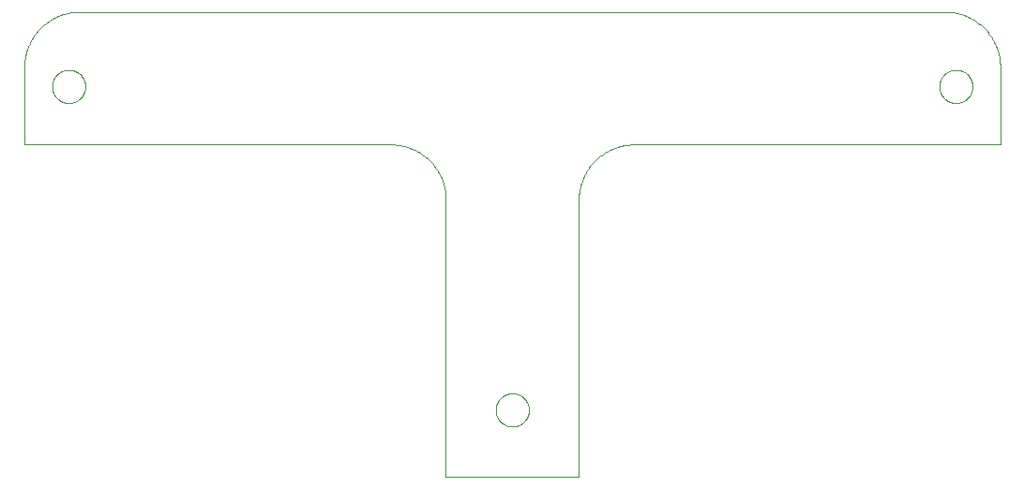
<source format=gko>
G75*
%MOIN*%
%OFA0B0*%
%FSLAX25Y25*%
%IPPOS*%
%LPD*%
%AMOC8*
5,1,8,0,0,1.08239X$1,22.5*
%
%ADD10C,0.00004*%
D10*
X0163378Y0010858D02*
X0163378Y0109283D01*
X0163372Y0109759D01*
X0163355Y0110234D01*
X0163326Y0110709D01*
X0163286Y0111183D01*
X0163234Y0111656D01*
X0163171Y0112127D01*
X0163097Y0112597D01*
X0163011Y0113065D01*
X0162914Y0113531D01*
X0162806Y0113994D01*
X0162687Y0114454D01*
X0162556Y0114912D01*
X0162415Y0115366D01*
X0162262Y0115817D01*
X0162099Y0116263D01*
X0161925Y0116706D01*
X0161740Y0117144D01*
X0161545Y0117578D01*
X0161339Y0118007D01*
X0161123Y0118431D01*
X0160897Y0118850D01*
X0160661Y0119263D01*
X0160415Y0119670D01*
X0160159Y0120071D01*
X0159893Y0120465D01*
X0159618Y0120854D01*
X0159334Y0121235D01*
X0159041Y0121609D01*
X0158739Y0121977D01*
X0158427Y0122337D01*
X0158108Y0122689D01*
X0157780Y0123033D01*
X0157443Y0123370D01*
X0157099Y0123698D01*
X0156747Y0124017D01*
X0156387Y0124329D01*
X0156019Y0124631D01*
X0155645Y0124924D01*
X0155264Y0125208D01*
X0154875Y0125483D01*
X0154481Y0125749D01*
X0154080Y0126005D01*
X0153673Y0126251D01*
X0153260Y0126487D01*
X0152841Y0126713D01*
X0152417Y0126929D01*
X0151988Y0127135D01*
X0151554Y0127330D01*
X0151116Y0127515D01*
X0150673Y0127689D01*
X0150227Y0127852D01*
X0149776Y0128005D01*
X0149322Y0128146D01*
X0148864Y0128277D01*
X0148404Y0128396D01*
X0147941Y0128504D01*
X0147475Y0128601D01*
X0147007Y0128687D01*
X0146537Y0128761D01*
X0146066Y0128824D01*
X0145593Y0128876D01*
X0145119Y0128916D01*
X0144644Y0128945D01*
X0144169Y0128962D01*
X0143693Y0128968D01*
X0143693Y0128969D02*
X0013569Y0128969D01*
X0013569Y0156528D01*
X0023411Y0149638D02*
X0023413Y0149791D01*
X0023419Y0149945D01*
X0023429Y0150098D01*
X0023443Y0150250D01*
X0023461Y0150403D01*
X0023483Y0150554D01*
X0023508Y0150705D01*
X0023538Y0150856D01*
X0023572Y0151006D01*
X0023609Y0151154D01*
X0023650Y0151302D01*
X0023695Y0151448D01*
X0023744Y0151594D01*
X0023797Y0151738D01*
X0023853Y0151880D01*
X0023913Y0152021D01*
X0023977Y0152161D01*
X0024044Y0152299D01*
X0024115Y0152435D01*
X0024190Y0152569D01*
X0024267Y0152701D01*
X0024349Y0152831D01*
X0024433Y0152959D01*
X0024521Y0153085D01*
X0024612Y0153208D01*
X0024706Y0153329D01*
X0024804Y0153447D01*
X0024904Y0153563D01*
X0025008Y0153676D01*
X0025114Y0153787D01*
X0025223Y0153895D01*
X0025335Y0154000D01*
X0025449Y0154101D01*
X0025567Y0154200D01*
X0025686Y0154296D01*
X0025808Y0154389D01*
X0025933Y0154478D01*
X0026060Y0154565D01*
X0026189Y0154647D01*
X0026320Y0154727D01*
X0026453Y0154803D01*
X0026588Y0154876D01*
X0026725Y0154945D01*
X0026864Y0155010D01*
X0027004Y0155072D01*
X0027146Y0155130D01*
X0027289Y0155185D01*
X0027434Y0155236D01*
X0027580Y0155283D01*
X0027727Y0155326D01*
X0027875Y0155365D01*
X0028024Y0155401D01*
X0028174Y0155432D01*
X0028325Y0155460D01*
X0028476Y0155484D01*
X0028629Y0155504D01*
X0028781Y0155520D01*
X0028934Y0155532D01*
X0029087Y0155540D01*
X0029240Y0155544D01*
X0029394Y0155544D01*
X0029547Y0155540D01*
X0029700Y0155532D01*
X0029853Y0155520D01*
X0030005Y0155504D01*
X0030158Y0155484D01*
X0030309Y0155460D01*
X0030460Y0155432D01*
X0030610Y0155401D01*
X0030759Y0155365D01*
X0030907Y0155326D01*
X0031054Y0155283D01*
X0031200Y0155236D01*
X0031345Y0155185D01*
X0031488Y0155130D01*
X0031630Y0155072D01*
X0031770Y0155010D01*
X0031909Y0154945D01*
X0032046Y0154876D01*
X0032181Y0154803D01*
X0032314Y0154727D01*
X0032445Y0154647D01*
X0032574Y0154565D01*
X0032701Y0154478D01*
X0032826Y0154389D01*
X0032948Y0154296D01*
X0033067Y0154200D01*
X0033185Y0154101D01*
X0033299Y0154000D01*
X0033411Y0153895D01*
X0033520Y0153787D01*
X0033626Y0153676D01*
X0033730Y0153563D01*
X0033830Y0153447D01*
X0033928Y0153329D01*
X0034022Y0153208D01*
X0034113Y0153085D01*
X0034201Y0152959D01*
X0034285Y0152831D01*
X0034367Y0152701D01*
X0034444Y0152569D01*
X0034519Y0152435D01*
X0034590Y0152299D01*
X0034657Y0152161D01*
X0034721Y0152021D01*
X0034781Y0151880D01*
X0034837Y0151738D01*
X0034890Y0151594D01*
X0034939Y0151448D01*
X0034984Y0151302D01*
X0035025Y0151154D01*
X0035062Y0151006D01*
X0035096Y0150856D01*
X0035126Y0150705D01*
X0035151Y0150554D01*
X0035173Y0150403D01*
X0035191Y0150250D01*
X0035205Y0150098D01*
X0035215Y0149945D01*
X0035221Y0149791D01*
X0035223Y0149638D01*
X0035221Y0149485D01*
X0035215Y0149331D01*
X0035205Y0149178D01*
X0035191Y0149026D01*
X0035173Y0148873D01*
X0035151Y0148722D01*
X0035126Y0148571D01*
X0035096Y0148420D01*
X0035062Y0148270D01*
X0035025Y0148122D01*
X0034984Y0147974D01*
X0034939Y0147828D01*
X0034890Y0147682D01*
X0034837Y0147538D01*
X0034781Y0147396D01*
X0034721Y0147255D01*
X0034657Y0147115D01*
X0034590Y0146977D01*
X0034519Y0146841D01*
X0034444Y0146707D01*
X0034367Y0146575D01*
X0034285Y0146445D01*
X0034201Y0146317D01*
X0034113Y0146191D01*
X0034022Y0146068D01*
X0033928Y0145947D01*
X0033830Y0145829D01*
X0033730Y0145713D01*
X0033626Y0145600D01*
X0033520Y0145489D01*
X0033411Y0145381D01*
X0033299Y0145276D01*
X0033185Y0145175D01*
X0033067Y0145076D01*
X0032948Y0144980D01*
X0032826Y0144887D01*
X0032701Y0144798D01*
X0032574Y0144711D01*
X0032445Y0144629D01*
X0032314Y0144549D01*
X0032181Y0144473D01*
X0032046Y0144400D01*
X0031909Y0144331D01*
X0031770Y0144266D01*
X0031630Y0144204D01*
X0031488Y0144146D01*
X0031345Y0144091D01*
X0031200Y0144040D01*
X0031054Y0143993D01*
X0030907Y0143950D01*
X0030759Y0143911D01*
X0030610Y0143875D01*
X0030460Y0143844D01*
X0030309Y0143816D01*
X0030158Y0143792D01*
X0030005Y0143772D01*
X0029853Y0143756D01*
X0029700Y0143744D01*
X0029547Y0143736D01*
X0029394Y0143732D01*
X0029240Y0143732D01*
X0029087Y0143736D01*
X0028934Y0143744D01*
X0028781Y0143756D01*
X0028629Y0143772D01*
X0028476Y0143792D01*
X0028325Y0143816D01*
X0028174Y0143844D01*
X0028024Y0143875D01*
X0027875Y0143911D01*
X0027727Y0143950D01*
X0027580Y0143993D01*
X0027434Y0144040D01*
X0027289Y0144091D01*
X0027146Y0144146D01*
X0027004Y0144204D01*
X0026864Y0144266D01*
X0026725Y0144331D01*
X0026588Y0144400D01*
X0026453Y0144473D01*
X0026320Y0144549D01*
X0026189Y0144629D01*
X0026060Y0144711D01*
X0025933Y0144798D01*
X0025808Y0144887D01*
X0025686Y0144980D01*
X0025567Y0145076D01*
X0025449Y0145175D01*
X0025335Y0145276D01*
X0025223Y0145381D01*
X0025114Y0145489D01*
X0025008Y0145600D01*
X0024904Y0145713D01*
X0024804Y0145829D01*
X0024706Y0145947D01*
X0024612Y0146068D01*
X0024521Y0146191D01*
X0024433Y0146317D01*
X0024349Y0146445D01*
X0024267Y0146575D01*
X0024190Y0146707D01*
X0024115Y0146841D01*
X0024044Y0146977D01*
X0023977Y0147115D01*
X0023913Y0147255D01*
X0023853Y0147396D01*
X0023797Y0147538D01*
X0023744Y0147682D01*
X0023695Y0147828D01*
X0023650Y0147974D01*
X0023609Y0148122D01*
X0023572Y0148270D01*
X0023538Y0148420D01*
X0023508Y0148571D01*
X0023483Y0148722D01*
X0023461Y0148873D01*
X0023443Y0149026D01*
X0023429Y0149178D01*
X0023419Y0149331D01*
X0023413Y0149485D01*
X0023411Y0149638D01*
X0013569Y0156528D02*
X0013575Y0157004D01*
X0013592Y0157479D01*
X0013621Y0157954D01*
X0013661Y0158428D01*
X0013713Y0158901D01*
X0013776Y0159372D01*
X0013850Y0159842D01*
X0013936Y0160310D01*
X0014033Y0160776D01*
X0014141Y0161239D01*
X0014260Y0161699D01*
X0014391Y0162157D01*
X0014532Y0162611D01*
X0014685Y0163062D01*
X0014848Y0163508D01*
X0015022Y0163951D01*
X0015207Y0164389D01*
X0015402Y0164823D01*
X0015608Y0165252D01*
X0015824Y0165676D01*
X0016050Y0166095D01*
X0016286Y0166508D01*
X0016532Y0166915D01*
X0016788Y0167316D01*
X0017054Y0167710D01*
X0017329Y0168099D01*
X0017613Y0168480D01*
X0017906Y0168854D01*
X0018208Y0169222D01*
X0018520Y0169582D01*
X0018839Y0169934D01*
X0019167Y0170278D01*
X0019504Y0170615D01*
X0019848Y0170943D01*
X0020200Y0171262D01*
X0020560Y0171574D01*
X0020928Y0171876D01*
X0021302Y0172169D01*
X0021683Y0172453D01*
X0022072Y0172728D01*
X0022466Y0172994D01*
X0022867Y0173250D01*
X0023274Y0173496D01*
X0023687Y0173732D01*
X0024106Y0173958D01*
X0024530Y0174174D01*
X0024959Y0174380D01*
X0025393Y0174575D01*
X0025831Y0174760D01*
X0026274Y0174934D01*
X0026720Y0175097D01*
X0027171Y0175250D01*
X0027625Y0175391D01*
X0028083Y0175522D01*
X0028543Y0175641D01*
X0029006Y0175749D01*
X0029472Y0175846D01*
X0029940Y0175932D01*
X0030410Y0176006D01*
X0030881Y0176069D01*
X0031354Y0176121D01*
X0031828Y0176161D01*
X0032303Y0176190D01*
X0032778Y0176207D01*
X0033254Y0176213D01*
X0340746Y0176213D01*
X0341222Y0176207D01*
X0341697Y0176190D01*
X0342172Y0176161D01*
X0342646Y0176121D01*
X0343119Y0176069D01*
X0343590Y0176006D01*
X0344060Y0175932D01*
X0344528Y0175846D01*
X0344994Y0175749D01*
X0345457Y0175641D01*
X0345917Y0175522D01*
X0346375Y0175391D01*
X0346829Y0175250D01*
X0347280Y0175097D01*
X0347726Y0174934D01*
X0348169Y0174760D01*
X0348607Y0174575D01*
X0349041Y0174380D01*
X0349470Y0174174D01*
X0349894Y0173958D01*
X0350313Y0173732D01*
X0350726Y0173496D01*
X0351133Y0173250D01*
X0351534Y0172994D01*
X0351928Y0172728D01*
X0352317Y0172453D01*
X0352698Y0172169D01*
X0353072Y0171876D01*
X0353440Y0171574D01*
X0353800Y0171262D01*
X0354152Y0170943D01*
X0354496Y0170615D01*
X0354833Y0170278D01*
X0355161Y0169934D01*
X0355480Y0169582D01*
X0355792Y0169222D01*
X0356094Y0168854D01*
X0356387Y0168480D01*
X0356671Y0168099D01*
X0356946Y0167710D01*
X0357212Y0167316D01*
X0357468Y0166915D01*
X0357714Y0166508D01*
X0357950Y0166095D01*
X0358176Y0165676D01*
X0358392Y0165252D01*
X0358598Y0164823D01*
X0358793Y0164389D01*
X0358978Y0163951D01*
X0359152Y0163508D01*
X0359315Y0163062D01*
X0359468Y0162611D01*
X0359609Y0162157D01*
X0359740Y0161699D01*
X0359859Y0161239D01*
X0359967Y0160776D01*
X0360064Y0160310D01*
X0360150Y0159842D01*
X0360224Y0159372D01*
X0360287Y0158901D01*
X0360339Y0158428D01*
X0360379Y0157954D01*
X0360408Y0157479D01*
X0360425Y0157004D01*
X0360431Y0156528D01*
X0360431Y0128969D01*
X0230307Y0128969D01*
X0230307Y0128968D02*
X0229831Y0128962D01*
X0229356Y0128945D01*
X0228881Y0128916D01*
X0228407Y0128876D01*
X0227934Y0128824D01*
X0227463Y0128761D01*
X0226993Y0128687D01*
X0226525Y0128601D01*
X0226059Y0128504D01*
X0225596Y0128396D01*
X0225136Y0128277D01*
X0224678Y0128146D01*
X0224224Y0128005D01*
X0223773Y0127852D01*
X0223327Y0127689D01*
X0222884Y0127515D01*
X0222446Y0127330D01*
X0222012Y0127135D01*
X0221583Y0126929D01*
X0221159Y0126713D01*
X0220740Y0126487D01*
X0220327Y0126251D01*
X0219920Y0126005D01*
X0219519Y0125749D01*
X0219125Y0125483D01*
X0218736Y0125208D01*
X0218355Y0124924D01*
X0217981Y0124631D01*
X0217613Y0124329D01*
X0217253Y0124017D01*
X0216901Y0123698D01*
X0216557Y0123370D01*
X0216220Y0123033D01*
X0215892Y0122689D01*
X0215573Y0122337D01*
X0215261Y0121977D01*
X0214959Y0121609D01*
X0214666Y0121235D01*
X0214382Y0120854D01*
X0214107Y0120465D01*
X0213841Y0120071D01*
X0213585Y0119670D01*
X0213339Y0119263D01*
X0213103Y0118850D01*
X0212877Y0118431D01*
X0212661Y0118007D01*
X0212455Y0117578D01*
X0212260Y0117144D01*
X0212075Y0116706D01*
X0211901Y0116263D01*
X0211738Y0115817D01*
X0211585Y0115366D01*
X0211444Y0114912D01*
X0211313Y0114454D01*
X0211194Y0113994D01*
X0211086Y0113531D01*
X0210989Y0113065D01*
X0210903Y0112597D01*
X0210829Y0112127D01*
X0210766Y0111656D01*
X0210714Y0111183D01*
X0210674Y0110709D01*
X0210645Y0110234D01*
X0210628Y0109759D01*
X0210622Y0109283D01*
X0210622Y0010858D01*
X0163378Y0010858D01*
X0181094Y0034480D02*
X0181096Y0034633D01*
X0181102Y0034787D01*
X0181112Y0034940D01*
X0181126Y0035092D01*
X0181144Y0035245D01*
X0181166Y0035396D01*
X0181191Y0035547D01*
X0181221Y0035698D01*
X0181255Y0035848D01*
X0181292Y0035996D01*
X0181333Y0036144D01*
X0181378Y0036290D01*
X0181427Y0036436D01*
X0181480Y0036580D01*
X0181536Y0036722D01*
X0181596Y0036863D01*
X0181660Y0037003D01*
X0181727Y0037141D01*
X0181798Y0037277D01*
X0181873Y0037411D01*
X0181950Y0037543D01*
X0182032Y0037673D01*
X0182116Y0037801D01*
X0182204Y0037927D01*
X0182295Y0038050D01*
X0182389Y0038171D01*
X0182487Y0038289D01*
X0182587Y0038405D01*
X0182691Y0038518D01*
X0182797Y0038629D01*
X0182906Y0038737D01*
X0183018Y0038842D01*
X0183132Y0038943D01*
X0183250Y0039042D01*
X0183369Y0039138D01*
X0183491Y0039231D01*
X0183616Y0039320D01*
X0183743Y0039407D01*
X0183872Y0039489D01*
X0184003Y0039569D01*
X0184136Y0039645D01*
X0184271Y0039718D01*
X0184408Y0039787D01*
X0184547Y0039852D01*
X0184687Y0039914D01*
X0184829Y0039972D01*
X0184972Y0040027D01*
X0185117Y0040078D01*
X0185263Y0040125D01*
X0185410Y0040168D01*
X0185558Y0040207D01*
X0185707Y0040243D01*
X0185857Y0040274D01*
X0186008Y0040302D01*
X0186159Y0040326D01*
X0186312Y0040346D01*
X0186464Y0040362D01*
X0186617Y0040374D01*
X0186770Y0040382D01*
X0186923Y0040386D01*
X0187077Y0040386D01*
X0187230Y0040382D01*
X0187383Y0040374D01*
X0187536Y0040362D01*
X0187688Y0040346D01*
X0187841Y0040326D01*
X0187992Y0040302D01*
X0188143Y0040274D01*
X0188293Y0040243D01*
X0188442Y0040207D01*
X0188590Y0040168D01*
X0188737Y0040125D01*
X0188883Y0040078D01*
X0189028Y0040027D01*
X0189171Y0039972D01*
X0189313Y0039914D01*
X0189453Y0039852D01*
X0189592Y0039787D01*
X0189729Y0039718D01*
X0189864Y0039645D01*
X0189997Y0039569D01*
X0190128Y0039489D01*
X0190257Y0039407D01*
X0190384Y0039320D01*
X0190509Y0039231D01*
X0190631Y0039138D01*
X0190750Y0039042D01*
X0190868Y0038943D01*
X0190982Y0038842D01*
X0191094Y0038737D01*
X0191203Y0038629D01*
X0191309Y0038518D01*
X0191413Y0038405D01*
X0191513Y0038289D01*
X0191611Y0038171D01*
X0191705Y0038050D01*
X0191796Y0037927D01*
X0191884Y0037801D01*
X0191968Y0037673D01*
X0192050Y0037543D01*
X0192127Y0037411D01*
X0192202Y0037277D01*
X0192273Y0037141D01*
X0192340Y0037003D01*
X0192404Y0036863D01*
X0192464Y0036722D01*
X0192520Y0036580D01*
X0192573Y0036436D01*
X0192622Y0036290D01*
X0192667Y0036144D01*
X0192708Y0035996D01*
X0192745Y0035848D01*
X0192779Y0035698D01*
X0192809Y0035547D01*
X0192834Y0035396D01*
X0192856Y0035245D01*
X0192874Y0035092D01*
X0192888Y0034940D01*
X0192898Y0034787D01*
X0192904Y0034633D01*
X0192906Y0034480D01*
X0192904Y0034327D01*
X0192898Y0034173D01*
X0192888Y0034020D01*
X0192874Y0033868D01*
X0192856Y0033715D01*
X0192834Y0033564D01*
X0192809Y0033413D01*
X0192779Y0033262D01*
X0192745Y0033112D01*
X0192708Y0032964D01*
X0192667Y0032816D01*
X0192622Y0032670D01*
X0192573Y0032524D01*
X0192520Y0032380D01*
X0192464Y0032238D01*
X0192404Y0032097D01*
X0192340Y0031957D01*
X0192273Y0031819D01*
X0192202Y0031683D01*
X0192127Y0031549D01*
X0192050Y0031417D01*
X0191968Y0031287D01*
X0191884Y0031159D01*
X0191796Y0031033D01*
X0191705Y0030910D01*
X0191611Y0030789D01*
X0191513Y0030671D01*
X0191413Y0030555D01*
X0191309Y0030442D01*
X0191203Y0030331D01*
X0191094Y0030223D01*
X0190982Y0030118D01*
X0190868Y0030017D01*
X0190750Y0029918D01*
X0190631Y0029822D01*
X0190509Y0029729D01*
X0190384Y0029640D01*
X0190257Y0029553D01*
X0190128Y0029471D01*
X0189997Y0029391D01*
X0189864Y0029315D01*
X0189729Y0029242D01*
X0189592Y0029173D01*
X0189453Y0029108D01*
X0189313Y0029046D01*
X0189171Y0028988D01*
X0189028Y0028933D01*
X0188883Y0028882D01*
X0188737Y0028835D01*
X0188590Y0028792D01*
X0188442Y0028753D01*
X0188293Y0028717D01*
X0188143Y0028686D01*
X0187992Y0028658D01*
X0187841Y0028634D01*
X0187688Y0028614D01*
X0187536Y0028598D01*
X0187383Y0028586D01*
X0187230Y0028578D01*
X0187077Y0028574D01*
X0186923Y0028574D01*
X0186770Y0028578D01*
X0186617Y0028586D01*
X0186464Y0028598D01*
X0186312Y0028614D01*
X0186159Y0028634D01*
X0186008Y0028658D01*
X0185857Y0028686D01*
X0185707Y0028717D01*
X0185558Y0028753D01*
X0185410Y0028792D01*
X0185263Y0028835D01*
X0185117Y0028882D01*
X0184972Y0028933D01*
X0184829Y0028988D01*
X0184687Y0029046D01*
X0184547Y0029108D01*
X0184408Y0029173D01*
X0184271Y0029242D01*
X0184136Y0029315D01*
X0184003Y0029391D01*
X0183872Y0029471D01*
X0183743Y0029553D01*
X0183616Y0029640D01*
X0183491Y0029729D01*
X0183369Y0029822D01*
X0183250Y0029918D01*
X0183132Y0030017D01*
X0183018Y0030118D01*
X0182906Y0030223D01*
X0182797Y0030331D01*
X0182691Y0030442D01*
X0182587Y0030555D01*
X0182487Y0030671D01*
X0182389Y0030789D01*
X0182295Y0030910D01*
X0182204Y0031033D01*
X0182116Y0031159D01*
X0182032Y0031287D01*
X0181950Y0031417D01*
X0181873Y0031549D01*
X0181798Y0031683D01*
X0181727Y0031819D01*
X0181660Y0031957D01*
X0181596Y0032097D01*
X0181536Y0032238D01*
X0181480Y0032380D01*
X0181427Y0032524D01*
X0181378Y0032670D01*
X0181333Y0032816D01*
X0181292Y0032964D01*
X0181255Y0033112D01*
X0181221Y0033262D01*
X0181191Y0033413D01*
X0181166Y0033564D01*
X0181144Y0033715D01*
X0181126Y0033868D01*
X0181112Y0034020D01*
X0181102Y0034173D01*
X0181096Y0034327D01*
X0181094Y0034480D01*
X0338777Y0149638D02*
X0338779Y0149791D01*
X0338785Y0149945D01*
X0338795Y0150098D01*
X0338809Y0150250D01*
X0338827Y0150403D01*
X0338849Y0150554D01*
X0338874Y0150705D01*
X0338904Y0150856D01*
X0338938Y0151006D01*
X0338975Y0151154D01*
X0339016Y0151302D01*
X0339061Y0151448D01*
X0339110Y0151594D01*
X0339163Y0151738D01*
X0339219Y0151880D01*
X0339279Y0152021D01*
X0339343Y0152161D01*
X0339410Y0152299D01*
X0339481Y0152435D01*
X0339556Y0152569D01*
X0339633Y0152701D01*
X0339715Y0152831D01*
X0339799Y0152959D01*
X0339887Y0153085D01*
X0339978Y0153208D01*
X0340072Y0153329D01*
X0340170Y0153447D01*
X0340270Y0153563D01*
X0340374Y0153676D01*
X0340480Y0153787D01*
X0340589Y0153895D01*
X0340701Y0154000D01*
X0340815Y0154101D01*
X0340933Y0154200D01*
X0341052Y0154296D01*
X0341174Y0154389D01*
X0341299Y0154478D01*
X0341426Y0154565D01*
X0341555Y0154647D01*
X0341686Y0154727D01*
X0341819Y0154803D01*
X0341954Y0154876D01*
X0342091Y0154945D01*
X0342230Y0155010D01*
X0342370Y0155072D01*
X0342512Y0155130D01*
X0342655Y0155185D01*
X0342800Y0155236D01*
X0342946Y0155283D01*
X0343093Y0155326D01*
X0343241Y0155365D01*
X0343390Y0155401D01*
X0343540Y0155432D01*
X0343691Y0155460D01*
X0343842Y0155484D01*
X0343995Y0155504D01*
X0344147Y0155520D01*
X0344300Y0155532D01*
X0344453Y0155540D01*
X0344606Y0155544D01*
X0344760Y0155544D01*
X0344913Y0155540D01*
X0345066Y0155532D01*
X0345219Y0155520D01*
X0345371Y0155504D01*
X0345524Y0155484D01*
X0345675Y0155460D01*
X0345826Y0155432D01*
X0345976Y0155401D01*
X0346125Y0155365D01*
X0346273Y0155326D01*
X0346420Y0155283D01*
X0346566Y0155236D01*
X0346711Y0155185D01*
X0346854Y0155130D01*
X0346996Y0155072D01*
X0347136Y0155010D01*
X0347275Y0154945D01*
X0347412Y0154876D01*
X0347547Y0154803D01*
X0347680Y0154727D01*
X0347811Y0154647D01*
X0347940Y0154565D01*
X0348067Y0154478D01*
X0348192Y0154389D01*
X0348314Y0154296D01*
X0348433Y0154200D01*
X0348551Y0154101D01*
X0348665Y0154000D01*
X0348777Y0153895D01*
X0348886Y0153787D01*
X0348992Y0153676D01*
X0349096Y0153563D01*
X0349196Y0153447D01*
X0349294Y0153329D01*
X0349388Y0153208D01*
X0349479Y0153085D01*
X0349567Y0152959D01*
X0349651Y0152831D01*
X0349733Y0152701D01*
X0349810Y0152569D01*
X0349885Y0152435D01*
X0349956Y0152299D01*
X0350023Y0152161D01*
X0350087Y0152021D01*
X0350147Y0151880D01*
X0350203Y0151738D01*
X0350256Y0151594D01*
X0350305Y0151448D01*
X0350350Y0151302D01*
X0350391Y0151154D01*
X0350428Y0151006D01*
X0350462Y0150856D01*
X0350492Y0150705D01*
X0350517Y0150554D01*
X0350539Y0150403D01*
X0350557Y0150250D01*
X0350571Y0150098D01*
X0350581Y0149945D01*
X0350587Y0149791D01*
X0350589Y0149638D01*
X0350587Y0149485D01*
X0350581Y0149331D01*
X0350571Y0149178D01*
X0350557Y0149026D01*
X0350539Y0148873D01*
X0350517Y0148722D01*
X0350492Y0148571D01*
X0350462Y0148420D01*
X0350428Y0148270D01*
X0350391Y0148122D01*
X0350350Y0147974D01*
X0350305Y0147828D01*
X0350256Y0147682D01*
X0350203Y0147538D01*
X0350147Y0147396D01*
X0350087Y0147255D01*
X0350023Y0147115D01*
X0349956Y0146977D01*
X0349885Y0146841D01*
X0349810Y0146707D01*
X0349733Y0146575D01*
X0349651Y0146445D01*
X0349567Y0146317D01*
X0349479Y0146191D01*
X0349388Y0146068D01*
X0349294Y0145947D01*
X0349196Y0145829D01*
X0349096Y0145713D01*
X0348992Y0145600D01*
X0348886Y0145489D01*
X0348777Y0145381D01*
X0348665Y0145276D01*
X0348551Y0145175D01*
X0348433Y0145076D01*
X0348314Y0144980D01*
X0348192Y0144887D01*
X0348067Y0144798D01*
X0347940Y0144711D01*
X0347811Y0144629D01*
X0347680Y0144549D01*
X0347547Y0144473D01*
X0347412Y0144400D01*
X0347275Y0144331D01*
X0347136Y0144266D01*
X0346996Y0144204D01*
X0346854Y0144146D01*
X0346711Y0144091D01*
X0346566Y0144040D01*
X0346420Y0143993D01*
X0346273Y0143950D01*
X0346125Y0143911D01*
X0345976Y0143875D01*
X0345826Y0143844D01*
X0345675Y0143816D01*
X0345524Y0143792D01*
X0345371Y0143772D01*
X0345219Y0143756D01*
X0345066Y0143744D01*
X0344913Y0143736D01*
X0344760Y0143732D01*
X0344606Y0143732D01*
X0344453Y0143736D01*
X0344300Y0143744D01*
X0344147Y0143756D01*
X0343995Y0143772D01*
X0343842Y0143792D01*
X0343691Y0143816D01*
X0343540Y0143844D01*
X0343390Y0143875D01*
X0343241Y0143911D01*
X0343093Y0143950D01*
X0342946Y0143993D01*
X0342800Y0144040D01*
X0342655Y0144091D01*
X0342512Y0144146D01*
X0342370Y0144204D01*
X0342230Y0144266D01*
X0342091Y0144331D01*
X0341954Y0144400D01*
X0341819Y0144473D01*
X0341686Y0144549D01*
X0341555Y0144629D01*
X0341426Y0144711D01*
X0341299Y0144798D01*
X0341174Y0144887D01*
X0341052Y0144980D01*
X0340933Y0145076D01*
X0340815Y0145175D01*
X0340701Y0145276D01*
X0340589Y0145381D01*
X0340480Y0145489D01*
X0340374Y0145600D01*
X0340270Y0145713D01*
X0340170Y0145829D01*
X0340072Y0145947D01*
X0339978Y0146068D01*
X0339887Y0146191D01*
X0339799Y0146317D01*
X0339715Y0146445D01*
X0339633Y0146575D01*
X0339556Y0146707D01*
X0339481Y0146841D01*
X0339410Y0146977D01*
X0339343Y0147115D01*
X0339279Y0147255D01*
X0339219Y0147396D01*
X0339163Y0147538D01*
X0339110Y0147682D01*
X0339061Y0147828D01*
X0339016Y0147974D01*
X0338975Y0148122D01*
X0338938Y0148270D01*
X0338904Y0148420D01*
X0338874Y0148571D01*
X0338849Y0148722D01*
X0338827Y0148873D01*
X0338809Y0149026D01*
X0338795Y0149178D01*
X0338785Y0149331D01*
X0338779Y0149485D01*
X0338777Y0149638D01*
M02*

</source>
